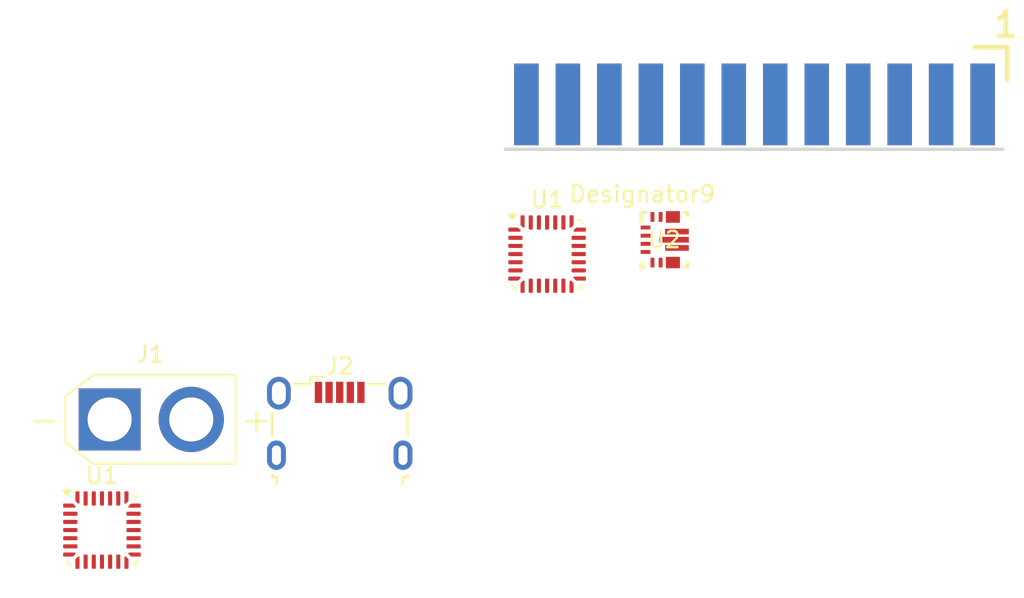
<source format=kicad_pcb>
(kicad_pcb (version 20240108) (generator "pcbnew") (generator_version "8.0")
  (layers (0 "F.Cu" signal) (31 "B.Cu" signal) (34 "B.Paste" user) (35 "F.Paste" user) (36 "B.SilkS" user "B.Silkscreen") (37 "F.SilkS" user "F.Silkscreen") (38 "B.Mask" user) (39 "F.Mask" user) (44 "Edge.Cuts" user))
  (net 0 "")
  (net 1 "GND")
  (net 2 "/LIPO_INPUT")
  (net 25 "Net-(U1-VSS-Pad16)")
  (net 36 "/BATT_BYPASS")
  (net 50 "/I2C0_SDA")
  (net 51 "+5V")
  (net 53 "+3.3V")
  (net 54 "/Controlador/I2C1_SCL")
  (net 55 "/Controlador/I2C0_SDA")
  (footprint "AMASS:AMASS_XT30U-F_1x02_P5.0mm_Vertical" (layer "F.Cu") (at 77.535 69.81)
    (property "Reference" "J1" (at 2.5 -4 0) (layer "F.SilkS"))
    (property "Value" "CI_BATT")
    (fp_line (start -2.71 -1.41) (end -2.71 1.41) (stroke (width 0.12)) (layer "F.SilkS"))
    (fp_line (start -2.71 -1.41) (end -1.01 -2.71) (stroke (width 0.12)) (layer "F.SilkS"))
    (fp_line (start -2.71 1.41) (end -1.01 2.71) (stroke (width 0.12)) (layer "F.SilkS"))
    (fp_line (start -1.01 -2.71) (end 7.71 -2.71) (stroke (width 0.12)) (layer "F.SilkS"))
    (fp_line (start -1.01 2.71) (end 7.71 2.71) (stroke (width 0.12)) (layer "F.SilkS"))
    (fp_line (start 7.71 -2.71) (end 7.71 2.71) (stroke (width 0.12)) (layer "F.SilkS"))
    (fp_text user "-" (at -4 0 0) (layer "F.SilkS") (effects (font (size 1.5 1.5))))
    (fp_text user "+" (at 9 0 0) (layer "F.SilkS") (effects (font (size 1.5 1.5))))
    (pad "1" thru_hole rect (at 0 0) (size 3.8 3.8) (drill 2.7) (layers "*.Cu" "*.Mask") (net 1 "GND"))
    (pad "2" thru_hole circle (at 5 0) (size 4 4) (drill 2.7) (layers "*.Cu" "*.Mask") (net 2 "/LIPO_INPUT"))
  )
  (footprint "Package_DFN_QFN:QFN-28_4x4mm_P0.5mm" (layer "F.Cu") (at 104.325 59.675)
    (property "Reference" "U1" (at 0 -3.33 0) (layer "F.SilkS"))
    (property "Value" "STM32L031G6Ux")
    (fp_line (start -2.11 2.11) (end -2.11 1.885) (stroke (width 0.12)) (layer "F.SilkS"))
    (fp_line (start -1.885 2.11) (end -2.11 2.11) (stroke (width 0.12)) (layer "F.SilkS"))
    (fp_line (start 1.885 -2.11) (end 2.11 -2.11) (stroke (width 0.12)) (layer "F.SilkS"))
    (fp_line (start 1.885 2.11) (end 2.11 2.11) (stroke (width 0.12)) (layer "F.SilkS"))
    (fp_line (start 2.11 -2.11) (end 2.11 -1.885) (stroke (width 0.12)) (layer "F.SilkS"))
    (fp_line (start 2.11 2.11) (end 2.11 1.885) (stroke (width 0.12)) (layer "F.SilkS"))
    (fp_poly (pts (xy -2.13 -2.11) (xy -2.37 -2.44) (xy -1.89 -2.44) (xy -2.13 -2.11)) (stroke (width 0.12)) (fill solid) (layer "F.SilkS"))
    (pad "1" smd custom (at -1.9975 -1.5) (size 0.136863 0.136863) (layers "F.Cu" "F.Paste" "F.Mask") (net 53 "+3.3V") (options (clearance outline) (anchor circle)) (primitives (gr_poly (pts (xy -0.3325 -0.08) (xy 0.19886 -0.08) (xy 0.3325 0.05364) (xy 0.3325 0.08) (xy -0.3325 0.08)) (width 0.09) (fill yes))))
    (pad "2" smd roundrect (at -1.9375 -1) (size 0.875 0.25) (layers "F.Cu" "F.Paste" "F.Mask"))
    (pad "3" smd roundrect (at -1.9375 -0.5) (size 0.875 0.25) (layers "F.Cu" "F.Paste" "F.Mask"))
    (pad "4" smd roundrect (at -1.9375 0) (size 0.875 0.25) (layers "F.Cu" "F.Paste" "F.Mask"))
    (pad "5" smd roundrect (at -1.9375 0.5) (size 0.875 0.25) (layers "F.Cu" "F.Paste" "F.Mask"))
    (pad "6" smd roundrect (at -1.9375 1) (size 0.875 0.25) (layers "F.Cu" "F.Paste" "F.Mask"))
    (pad "7" smd custom (at -1.9975 1.5) (size 0.136863 0.136863) (layers "F.Cu" "F.Paste" "F.Mask") (options (clearance outline) (anchor circle)) (primitives (gr_poly (pts (xy -0.3325 -0.08) (xy 0.3325 -0.08) (xy 0.3325 -0.05364) (xy 0.19886 0.08) (xy -0.3325 0.08)) (width 0.09) (fill yes))))
    (pad "8" smd custom (at -1.5 1.9975) (size 0.136863 0.136863) (layers "F.Cu" "F.Paste" "F.Mask") (options (clearance outline) (anchor circle)) (primitives (gr_poly (pts (xy -0.08 -0.19886) (xy 0.05364 -0.3325) (xy 0.08 -0.3325) (xy 0.08 0.3325) (xy -0.08 0.3325)) (width 0.09) (fill yes))))
    (pad "9" smd roundrect (at -1 1.9375) (size 0.25 0.875) (layers "F.Cu" "F.Paste" "F.Mask"))
    (pad "10" smd roundrect (at -0.5 1.9375) (size 0.25 0.875) (layers "F.Cu" "F.Paste" "F.Mask"))
    (pad "11" smd roundrect (at 0 1.9375) (size 0.25 0.875) (layers "F.Cu" "F.Paste" "F.Mask"))
    (pad "12" smd roundrect (at 0.5 1.9375) (size 0.25 0.875) (layers "F.Cu" "F.Paste" "F.Mask"))
    (pad "13" smd roundrect (at 1 1.9375) (size 0.25 0.875) (layers "F.Cu" "F.Paste" "F.Mask"))
    (pad "14" smd custom (at 1.5 1.9975) (size 0.136863 0.136863) (layers "F.Cu" "F.Paste" "F.Mask") (options (clearance outline) (anchor circle)) (primitives (gr_poly (pts (xy -0.08 -0.3325) (xy -0.05364 -0.3325) (xy 0.08 -0.19886) (xy 0.08 0.3325) (xy -0.08 0.3325)) (width 0.09) (fill yes))))
    (pad "15" smd custom (at 1.9975 1.5) (size 0.136863 0.136863) (layers "F.Cu" "F.Paste" "F.Mask") (options (clearance outline) (anchor circle)) (primitives (gr_poly (pts (xy -0.3325 -0.08) (xy 0.3325 -0.08) (xy 0.3325 0.08) (xy -0.19886 0.08) (xy -0.3325 -0.05364)) (width 0.09) (fill yes))))
    (pad "16" smd roundrect (at 1.9375 1) (size 0.875 0.25) (layers "F.Cu" "F.Paste" "F.Mask") (net 1 "GND"))
    (pad "17" smd roundrect (at 1.9375 0.5) (size 0.875 0.25) (layers "F.Cu" "F.Paste" "F.Mask"))
    (pad "18" smd roundrect (at 1.9375 0) (size 0.875 0.25) (layers "F.Cu" "F.Paste" "F.Mask"))
    (pad "19" smd roundrect (at 1.9375 -0.5) (size 0.875 0.25) (layers "F.Cu" "F.Paste" "F.Mask") (net 54 "/Controlador/I2C1_SCL"))
    (pad "20" smd roundrect (at 1.9375 -1) (size 0.875 0.25) (layers "F.Cu" "F.Paste" "F.Mask") (net 55 "/Controlador/I2C0_SDA"))
    (pad "21" smd custom (at 1.9975 -1.5) (size 0.136863 0.136863) (layers "F.Cu" "F.Paste" "F.Mask") (options (clearance outline) (anchor circle)) (primitives (gr_poly (pts (xy -0.3325 0.05364) (xy -0.19886 -0.08) (xy 0.3325 -0.08) (xy 0.3325 0.08) (xy -0.3325 0.08)) (width 0.09) (fill yes))))
    (pad "22" smd custom (at 1.5 -1.9975) (size 0.136863 0.136863) (layers "F.Cu" "F.Paste" "F.Mask") (options (clearance outline) (anchor circle)) (primitives (gr_poly (pts (xy -0.08 -0.3325) (xy 0.08 -0.3325) (xy 0.08 0.19886) (xy -0.05364 0.3325) (xy -0.08 0.3325)) (width 0.09) (fill yes))))
    (pad "23" smd roundrect (at 1 -1.9375) (size 0.25 0.875) (layers "F.Cu" "F.Paste" "F.Mask"))
    (pad "24" smd roundrect (at 0.5 -1.9375) (size 0.25 0.875) (layers "F.Cu" "F.Paste" "F.Mask"))
    (pad "25" smd roundrect (at 0 -1.9375) (size 0.25 0.875) (layers "F.Cu" "F.Paste" "F.Mask"))
    (pad "26" smd roundrect (at -0.5 -1.9375) (size 0.25 0.875) (layers "F.Cu" "F.Paste" "F.Mask"))
    (pad "27" smd roundrect (at -1 -1.9375) (size 0.25 0.875) (layers "F.Cu" "F.Paste" "F.Mask"))
    (pad "28" smd custom (at -1.5 -1.9975) (size 0.136863 0.136863) (layers "F.Cu" "F.Paste" "F.Mask") (net 1 "GND") (options (clearance outline) (anchor circle)) (primitives (gr_poly (pts (xy -0.08 -0.3325) (xy 0.08 -0.3325) (xy 0.08 0.3325) (xy 0.05364 0.3325) (xy -0.08 0.19886)) (width 0.09) (fill yes))))
  )
  (footprint "IcaroFootprints:Connector_Icaro_Edge_tarjeta" (layer "F.Cu") (at 117.01 50.5)
    (property "Reference" "J3" (hide yes))
    (property "Value" "CIO_MAIN_CONNECTOR")
    (fp_line (start 13.5 -3.5) (end 15.5 -3.5) (stroke (width 0.3)) (layer "F.SilkS"))
    (fp_line (start 15.5 -3.5) (end 15.5 -1.5) (stroke (width 0.3)) (layer "F.SilkS"))
    (fp_line (start 15.24 2.75) (end -15.24 2.75) (stroke (width 0.2)) (layer "Edge.Cuts"))
    (fp_text user "1" (at 14.5 -4 0) (layer "F.SilkS") (effects (font (size 1.5 1.5) (thickness 0.3) (bold yes)) (justify left bottom)))
    (pad "1" smd rect (at 13.99 0) (size 1.5 5) (layers "F.Cu" "F.Paste" "F.Mask") (net 36 "/BATT_BYPASS"))
    (pad "2" smd rect (at 13.99 0 180) (size 1.5 5) (layers "B.Cu" "B.Paste" "B.Mask") (net 36 "/BATT_BYPASS"))
    (pad "3" smd rect (at 11.45 0) (size 1.5 5) (layers "F.Cu" "F.Paste" "F.Mask") (net 1 "GND"))
    (pad "4" smd rect (at 11.45 0 180) (size 1.5 5) (layers "B.Cu" "B.Paste" "B.Mask") (net 1 "GND"))
    (pad "5" smd rect (at 8.91 0) (size 1.5 5) (layers "F.Cu" "F.Paste" "F.Mask") (net 51 "+5V"))
    (pad "6" smd rect (at 8.91 0 180) (size 1.5 5) (layers "B.Cu" "B.Paste" "B.Mask") (net 53 "+3.3V"))
    (pad "7" smd rect (at 6.37 0) (size 1.5 5) (layers "F.Cu" "F.Paste" "F.Mask") (net 50 "/I2C0_SDA"))
    (pad "8" smd rect (at 6.37 0 180) (size 1.5 5) (layers "B.Cu" "B.Paste" "B.Mask"))
    (pad "9" smd rect (at 3.83 0) (size 1.5 5) (layers "F.Cu" "F.Paste" "F.Mask") (net 50 "/I2C0_SDA"))
    (pad "10" smd rect (at 3.83 0 180) (size 1.5 5) (layers "B.Cu" "B.Paste" "B.Mask"))
    (pad "11" smd rect (at 1.29 0) (size 1.5 5) (layers "F.Cu" "F.Paste" "F.Mask"))
    (pad "12" smd rect (at 1.29 0 180) (size 1.5 5) (layers "B.Cu" "B.Paste" "B.Mask"))
    (pad "13" smd rect (at -1.25 0) (size 1.5 5) (layers "F.Cu" "F.Paste" "F.Mask"))
    (pad "14" smd rect (at -1.25 0 180) (size 1.5 5) (layers "B.Cu" "B.Paste" "B.Mask"))
    (pad "15" smd rect (at -3.79 0) (size 1.5 5) (layers "F.Cu" "F.Paste" "F.Mask") (net 1 "GND"))
    (pad "16" smd rect (at -3.79 0 180) (size 1.5 5) (layers "B.Cu" "B.Paste" "B.Mask") (net 1 "GND"))
    (pad "17" smd rect (at -6.33 0) (size 1.5 5) (layers "F.Cu" "F.Paste" "F.Mask"))
    (pad "18" smd rect (at -6.33 0 180) (size 1.5 5) (layers "B.Cu" "B.Paste" "B.Mask"))
    (pad "19" smd rect (at -8.87 0) (size 1.5 5) (layers "F.Cu" "F.Paste" "F.Mask"))
    (pad "20" smd rect (at -8.87 0 180) (size 1.5 5) (layers "B.Cu" "B.Paste" "B.Mask"))
    (pad "21" smd rect (at -11.41 0) (size 1.5 5) (layers "F.Cu" "F.Paste" "F.Mask"))
    (pad "22" smd rect (at -11.41 0 180) (size 1.5 5) (layers "B.Cu" "B.Paste" "B.Mask"))
    (pad "23" smd rect (at -13.95 0) (size 1.5 5) (layers "F.Cu" "F.Paste" "F.Mask"))
    (pad "24" smd rect (at -13.95 0 180) (size 1.5 5) (layers "B.Cu" "B.Paste" "B.Mask"))
  )
  (footprint "IcaroFootprints:RNM0015A" (layer "F.Cu") (at 111.505001 58.795)
    (property "Reference" "U2" (at 0 0 0) (layer "F.SilkS"))
    (property "Value" "TPS63070")
    (fp_line (start -1.425001 -1.675) (end -1.1 -1.675) (stroke (width 0.2)) (layer "F.SilkS"))
    (fp_line (start -1.425001 -1.1) (end -1.425001 -1.675) (stroke (width 0.2)) (layer "F.SilkS"))
    (fp_line (start -1.425001 1.675) (end -1.425001 1.474998) (stroke (width 0.2)) (layer "F.SilkS"))
    (fp_line (start -1.425001 1.675) (end -1.224999 1.675) (stroke (width 0.2)) (layer "F.SilkS"))
    (fp_line (start 1.224999 -1.675) (end 1.425001 -1.675) (stroke (width 0.2)) (layer "F.SilkS"))
    (fp_line (start 1.224999 1.675) (end 1.425001 1.675) (stroke (width 0.2)) (layer "F.SilkS"))
    (fp_line (start 1.425001 -1.474998) (end 1.425001 -1.675) (stroke (width 0.2)) (layer "F.SilkS"))
    (fp_line (start 1.425001 1.675) (end 1.425001 1.474998) (stroke (width 0.2)) (layer "F.SilkS"))
    (fp_text user "Designator9" (at -1.3462 -2.794 0) (layer "F.SilkS"))
    (pad "1" smd rect (at -1.15 -0.750001 90) (size 0.24 0.599999) (layers "F.Cu" "F.Paste" "F.Mask"))
    (pad "2" smd rect (at -1.15 -0.250002 90) (size 0.24 0.599999) (layers "F.Cu" "F.Paste" "F.Mask"))
    (pad "3" smd rect (at -1.15 0.25 90) (size 0.24 0.599999) (layers "F.Cu" "F.Paste" "F.Mask"))
    (pad "4" smd rect (at -1.15 0.749998 90) (size 0.24 0.599999) (layers "F.Cu" "F.Paste" "F.Mask"))
    (pad "5" smd rect (at -0.725 1.4) (size 0.24 0.599999) (layers "F.Cu" "F.Paste" "F.Mask"))
    (pad "6" smd rect (at -0.225001 1.4) (size 0.24 0.599999) (layers "F.Cu" "F.Paste" "F.Mask"))
    (pad "7" smd rect (at 0.525 1.4 90) (size 0.700001 0.850001) (layers "F.Cu" "F.Paste" "F.Mask"))
    (pad "8" smd rect (at 0.525 1.4 90) (size 0.700001 0.850001) (layers "F.Cu" "F.Paste" "F.Mask"))
    (pad "9" smd rect (at 0.775 0.499999 90) (size 0.349999 1.45) (layers "F.Cu" "F.Mask"))
    (pad "10" smd rect (at 0.599999 0 90) (size 0.349999 1.799999) (layers "F.Cu" "F.Mask"))
    (pad "11" smd rect (at 0.775 -0.499999 90) (size 0.349999 1.45) (layers "F.Cu" "F.Mask"))
    (pad "12" smd rect (at 0.525 -1.4 90) (size 0.700001 0.850001) (layers "F.Cu" "F.Paste" "F.Mask"))
    (pad "13" smd rect (at 0.525 -1.4 90) (size 0.700001 0.850001) (layers "F.Cu" "F.Paste" "F.Mask"))
    (pad "14" smd rect (at -0.225001 -1.4) (size 0.24 0.599999) (layers "F.Cu" "F.Paste" "F.Mask"))
    (pad "15" smd rect (at -0.725 -1.4) (size 0.24 0.599999) (layers "F.Cu" "F.Paste" "F.Mask"))
  )
  (footprint "Package_DFN_QFN:QFN-28_4x4mm_P0.5mm" (layer "F.Cu") (at 77.065 76.59)
    (property "Reference" "U1" (at 0 -3.33 0) (layer "F.SilkS"))
    (property "Value" "STM32L031G6Ux")
    (fp_line (start -2.11 2.11) (end -2.11 1.885) (stroke (width 0.12)) (layer "F.SilkS"))
    (fp_line (start -1.885 2.11) (end -2.11 2.11) (stroke (width 0.12)) (layer "F.SilkS"))
    (fp_line (start 1.885 -2.11) (end 2.11 -2.11) (stroke (width 0.12)) (layer "F.SilkS"))
    (fp_line (start 1.885 2.11) (end 2.11 2.11) (stroke (width 0.12)) (layer "F.SilkS"))
    (fp_line (start 2.11 -2.11) (end 2.11 -1.885) (stroke (width 0.12)) (layer "F.SilkS"))
    (fp_line (start 2.11 2.11) (end 2.11 1.885) (stroke (width 0.12)) (layer "F.SilkS"))
    (fp_poly (pts (xy -2.13 -2.11) (xy -2.37 -2.44) (xy -1.89 -2.44) (xy -2.13 -2.11)) (stroke (width 0.12)) (fill solid) (layer "F.SilkS"))
    (pad "1" smd custom (at -1.9975 -1.5) (size 0.136863 0.136863) (layers "F.Cu" "F.Paste" "F.Mask") (options (clearance outline) (anchor circle)) (primitives (gr_poly (pts (xy -0.3325 -0.08) (xy 0.19886 -0.08) (xy 0.3325 0.05364) (xy 0.3325 0.08) (xy -0.3325 0.08)) (width 0.09) (fill yes))))
    (pad "2" smd roundrect (at -1.9375 -1) (size 0.875 0.25) (layers "F.Cu" "F.Paste" "F.Mask"))
    (pad "3" smd roundrect (at -1.9375 -0.5) (size 0.875 0.25) (layers "F.Cu" "F.Paste" "F.Mask"))
    (pad "4" smd roundrect (at -1.9375 0) (size 0.875 0.25) (layers "F.Cu" "F.Paste" "F.Mask"))
    (pad "5" smd roundrect (at -1.9375 0.5) (size 0.875 0.25) (layers "F.Cu" "F.Paste" "F.Mask"))
    (pad "6" smd roundrect (at -1.9375 1) (size 0.875 0.25) (layers "F.Cu" "F.Paste" "F.Mask"))
    (pad "7" smd custom (at -1.9975 1.5) (size 0.136863 0.136863) (layers "F.Cu" "F.Paste" "F.Mask") (options (clearance outline) (anchor circle)) (primitives (gr_poly (pts (xy -0.3325 -0.08) (xy 0.3325 -0.08) (xy 0.3325 -0.05364) (xy 0.19886 0.08) (xy -0.3325 0.08)) (width 0.09) (fill yes))))
    (pad "8" smd custom (at -1.5 1.9975) (size 0.136863 0.136863) (layers "F.Cu" "F.Paste" "F.Mask") (options (clearance outline) (anchor circle)) (primitives (gr_poly (pts (xy -0.08 -0.19886) (xy 0.05364 -0.3325) (xy 0.08 -0.3325) (xy 0.08 0.3325) (xy -0.08 0.3325)) (width 0.09) (fill yes))))
    (pad "9" smd roundrect (at -1 1.9375) (size 0.25 0.875) (layers "F.Cu" "F.Paste" "F.Mask"))
    (pad "10" smd roundrect (at -0.5 1.9375) (size 0.25 0.875) (layers "F.Cu" "F.Paste" "F.Mask"))
    (pad "11" smd roundrect (at 0 1.9375) (size 0.25 0.875) (layers "F.Cu" "F.Paste" "F.Mask"))
    (pad "12" smd roundrect (at 0.5 1.9375) (size 0.25 0.875) (layers "F.Cu" "F.Paste" "F.Mask"))
    (pad "13" smd roundrect (at 1 1.9375) (size 0.25 0.875) (layers "F.Cu" "F.Paste" "F.Mask"))
    (pad "14" smd custom (at 1.5 1.9975) (size 0.136863 0.136863) (layers "F.Cu" "F.Paste" "F.Mask") (options (clearance outline) (anchor circle)) (primitives (gr_poly (pts (xy -0.08 -0.3325) (xy -0.05364 -0.3325) (xy 0.08 -0.19886) (xy 0.08 0.3325) (xy -0.08 0.3325)) (width 0.09) (fill yes))))
    (pad "15" smd custom (at 1.9975 1.5) (size 0.136863 0.136863) (layers "F.Cu" "F.Paste" "F.Mask") (options (clearance outline) (anchor circle)) (primitives (gr_poly (pts (xy -0.3325 -0.08) (xy 0.3325 -0.08) (xy 0.3325 0.08) (xy -0.19886 0.08) (xy -0.3325 -0.05364)) (width 0.09) (fill yes))))
    (pad "16" smd roundrect (at 1.9375 1) (size 0.875 0.25) (layers "F.Cu" "F.Paste" "F.Mask") (net 25 "Net-(U1-VSS-Pad16)"))
    (pad "17" smd roundrect (at 1.9375 0.5) (size 0.875 0.25) (layers "F.Cu" "F.Paste" "F.Mask"))
    (pad "18" smd roundrect (at 1.9375 0) (size 0.875 0.25) (layers "F.Cu" "F.Paste" "F.Mask"))
    (pad "19" smd roundrect (at 1.9375 -0.5) (size 0.875 0.25) (layers "F.Cu" "F.Paste" "F.Mask"))
    (pad "20" smd roundrect (at 1.9375 -1) (size 0.875 0.25) (layers "F.Cu" "F.Paste" "F.Mask"))
    (pad "21" smd custom (at 1.9975 -1.5) (size 0.136863 0.136863) (layers "F.Cu" "F.Paste" "F.Mask") (options (clearance outline) (anchor circle)) (primitives (gr_poly (pts (xy -0.3325 0.05364) (xy -0.19886 -0.08) (xy 0.3325 -0.08) (xy 0.3325 0.08) (xy -0.3325 0.08)) (width 0.09) (fill yes))))
    (pad "22" smd custom (at 1.5 -1.9975) (size 0.136863 0.136863) (layers "F.Cu" "F.Paste" "F.Mask") (options (clearance outline) (anchor circle)) (primitives (gr_poly (pts (xy -0.08 -0.3325) (xy 0.08 -0.3325) (xy 0.08 0.19886) (xy -0.05364 0.3325) (xy -0.08 0.3325)) (width 0.09) (fill yes))))
    (pad "23" smd roundrect (at 1 -1.9375) (size 0.25 0.875) (layers "F.Cu" "F.Paste" "F.Mask"))
    (pad "24" smd roundrect (at 0.5 -1.9375) (size 0.25 0.875) (layers "F.Cu" "F.Paste" "F.Mask"))
    (pad "25" smd roundrect (at 0 -1.9375) (size 0.25 0.875) (layers "F.Cu" "F.Paste" "F.Mask"))
    (pad "26" smd roundrect (at -0.5 -1.9375) (size 0.25 0.875) (layers "F.Cu" "F.Paste" "F.Mask"))
    (pad "27" smd roundrect (at -1 -1.9375) (size 0.25 0.875) (layers "F.Cu" "F.Paste" "F.Mask"))
    (pad "28" smd custom (at -1.5 -1.9975) (size 0.136863 0.136863) (layers "F.Cu" "F.Paste" "F.Mask") (net 25 "Net-(U1-VSS-Pad16)") (options (clearance outline) (anchor circle)) (primitives (gr_poly (pts (xy -0.08 -0.3325) (xy 0.08 -0.3325) (xy 0.08 0.3325) (xy 0.05364 0.3325) (xy -0.08 0.19886)) (width 0.09) (fill yes))))
  )
  (footprint "Connector_USB:USB_Micro-B_Wuerth_629105150521" (layer "F.Cu") (at 91.625 70.05)
    (property "Reference" "J2" (at 0 -3.5 0) (layer "F.SilkS"))
    (property "Value" "USB_B_Mini")
    (fp_line (start -4.15 -0.65) (end -4.15 0.75) (stroke (width 0.15)) (layer "F.SilkS"))
    (fp_line (start -4.15 3.15) (end -4.15 3.3) (stroke (width 0.15)) (layer "F.SilkS"))
    (fp_line (start -4.15 3.3) (end -3.85 3.3) (stroke (width 0.15)) (layer "F.SilkS"))
    (fp_line (start -3.85 3.3) (end -3.85 3.75) (stroke (width 0.15)) (layer "F.SilkS"))
    (fp_line (start -1.8 -2.825) (end -1.8 -2.4) (stroke (width 0.15)) (layer "F.SilkS"))
    (fp_line (start -1.8 -2.4) (end -2.8 -2.4) (stroke (width 0.15)) (layer "F.SilkS"))
    (fp_line (start -1.075 -2.825) (end -1.8 -2.825) (stroke (width 0.15)) (layer "F.SilkS"))
    (fp_line (start 1.8 -2.4) (end 2.8 -2.4) (stroke (width 0.15)) (layer "F.SilkS"))
    (fp_line (start 3.85 3.3) (end 4.15 3.3) (stroke (width 0.15)) (layer "F.SilkS"))
    (fp_line (start 3.85 3.75) (end 3.85 3.3) (stroke (width 0.15)) (layer "F.SilkS"))
    (fp_line (start 4.15 0.75) (end 4.15 -0.65) (stroke (width 0.15)) (layer "F.SilkS"))
    (fp_line (start 4.15 3.3) (end 4.15 3.15) (stroke (width 0.15)) (layer "F.SilkS"))
    (pad "" np_thru_hole oval (at -2.5 -0.8) (size 0.8 0.8) (drill 0.8) (layers "*.Cu" "*.Mask"))
    (pad "" np_thru_hole oval (at 2.5 -0.8) (size 0.8 0.8) (drill 0.8) (layers "*.Cu" "*.Mask"))
    (pad "1" smd rect (at -1.3 -1.9) (size 0.45 1.3) (layers "F.Cu" "F.Paste" "F.Mask"))
    (pad "2" smd rect (at -0.65 -1.9) (size 0.45 1.3) (layers "F.Cu" "F.Paste" "F.Mask"))
    (pad "3" smd rect (at 0 -1.9) (size 0.45 1.3) (layers "F.Cu" "F.Paste" "F.Mask"))
    (pad "4" smd rect (at 0.65 -1.9) (size 0.45 1.3) (layers "F.Cu" "F.Paste" "F.Mask"))
    (pad "5" smd rect (at 1.3 -1.9) (size 0.45 1.3) (layers "F.Cu" "F.Paste" "F.Mask"))
    (pad "6" thru_hole oval (at -3.875 1.95) (size 1.15 1.8) (drill oval 0.55 1.2) (property pad_prop_heatsink) (layers "*.Cu" "*.Mask"))
    (pad "6" thru_hole oval (at -3.725 -1.85) (size 1.45 2) (drill oval 0.85 1.4) (property pad_prop_heatsink) (layers "*.Cu" "*.Mask"))
    (pad "6" thru_hole oval (at 3.725 -1.85) (size 1.45 2) (drill oval 0.85 1.4) (property pad_prop_heatsink) (layers "*.Cu" "*.Mask"))
    (pad "6" thru_hole oval (at 3.875 1.95) (size 1.15 1.8) (drill oval 0.55 1.2) (property pad_prop_heatsink) (layers "*.Cu" "*.Mask"))
  )
)
</source>
